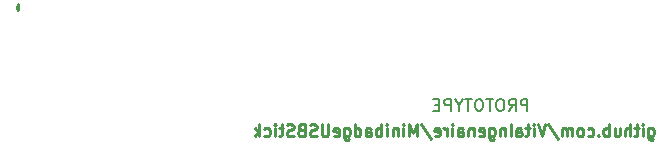
<source format=gbr>
%TF.GenerationSoftware,KiCad,Pcbnew,(7.0.0)*%
%TF.CreationDate,2023-12-29T11:59:30-08:00*%
%TF.ProjectId,MiniBadgeUSBmount,4d696e69-4261-4646-9765-5553426d6f75,rev?*%
%TF.SameCoordinates,Original*%
%TF.FileFunction,Legend,Bot*%
%TF.FilePolarity,Positive*%
%FSLAX46Y46*%
G04 Gerber Fmt 4.6, Leading zero omitted, Abs format (unit mm)*
G04 Created by KiCad (PCBNEW (7.0.0)) date 2023-12-29 11:59:30*
%MOMM*%
%LPD*%
G01*
G04 APERTURE LIST*
%ADD10C,0.250000*%
%ADD11C,0.044354*%
%ADD12C,0.150000*%
G04 APERTURE END LIST*
D10*
X192163333Y-121515714D02*
X192163333Y-122325238D01*
X192163333Y-122325238D02*
X192210952Y-122420476D01*
X192210952Y-122420476D02*
X192258571Y-122468095D01*
X192258571Y-122468095D02*
X192353809Y-122515714D01*
X192353809Y-122515714D02*
X192496666Y-122515714D01*
X192496666Y-122515714D02*
X192591904Y-122468095D01*
X192163333Y-122134761D02*
X192258571Y-122182380D01*
X192258571Y-122182380D02*
X192449047Y-122182380D01*
X192449047Y-122182380D02*
X192544285Y-122134761D01*
X192544285Y-122134761D02*
X192591904Y-122087142D01*
X192591904Y-122087142D02*
X192639523Y-121991904D01*
X192639523Y-121991904D02*
X192639523Y-121706190D01*
X192639523Y-121706190D02*
X192591904Y-121610952D01*
X192591904Y-121610952D02*
X192544285Y-121563333D01*
X192544285Y-121563333D02*
X192449047Y-121515714D01*
X192449047Y-121515714D02*
X192258571Y-121515714D01*
X192258571Y-121515714D02*
X192163333Y-121563333D01*
X191687142Y-122182380D02*
X191687142Y-121515714D01*
X191687142Y-121182380D02*
X191734761Y-121230000D01*
X191734761Y-121230000D02*
X191687142Y-121277619D01*
X191687142Y-121277619D02*
X191639523Y-121230000D01*
X191639523Y-121230000D02*
X191687142Y-121182380D01*
X191687142Y-121182380D02*
X191687142Y-121277619D01*
X191353809Y-121515714D02*
X190972857Y-121515714D01*
X191210952Y-121182380D02*
X191210952Y-122039523D01*
X191210952Y-122039523D02*
X191163333Y-122134761D01*
X191163333Y-122134761D02*
X191068095Y-122182380D01*
X191068095Y-122182380D02*
X190972857Y-122182380D01*
X190639523Y-122182380D02*
X190639523Y-121182380D01*
X190210952Y-122182380D02*
X190210952Y-121658571D01*
X190210952Y-121658571D02*
X190258571Y-121563333D01*
X190258571Y-121563333D02*
X190353809Y-121515714D01*
X190353809Y-121515714D02*
X190496666Y-121515714D01*
X190496666Y-121515714D02*
X190591904Y-121563333D01*
X190591904Y-121563333D02*
X190639523Y-121610952D01*
X189306190Y-121515714D02*
X189306190Y-122182380D01*
X189734761Y-121515714D02*
X189734761Y-122039523D01*
X189734761Y-122039523D02*
X189687142Y-122134761D01*
X189687142Y-122134761D02*
X189591904Y-122182380D01*
X189591904Y-122182380D02*
X189449047Y-122182380D01*
X189449047Y-122182380D02*
X189353809Y-122134761D01*
X189353809Y-122134761D02*
X189306190Y-122087142D01*
X188829999Y-122182380D02*
X188829999Y-121182380D01*
X188829999Y-121563333D02*
X188734761Y-121515714D01*
X188734761Y-121515714D02*
X188544285Y-121515714D01*
X188544285Y-121515714D02*
X188449047Y-121563333D01*
X188449047Y-121563333D02*
X188401428Y-121610952D01*
X188401428Y-121610952D02*
X188353809Y-121706190D01*
X188353809Y-121706190D02*
X188353809Y-121991904D01*
X188353809Y-121991904D02*
X188401428Y-122087142D01*
X188401428Y-122087142D02*
X188449047Y-122134761D01*
X188449047Y-122134761D02*
X188544285Y-122182380D01*
X188544285Y-122182380D02*
X188734761Y-122182380D01*
X188734761Y-122182380D02*
X188829999Y-122134761D01*
X187925237Y-122087142D02*
X187877618Y-122134761D01*
X187877618Y-122134761D02*
X187925237Y-122182380D01*
X187925237Y-122182380D02*
X187972856Y-122134761D01*
X187972856Y-122134761D02*
X187925237Y-122087142D01*
X187925237Y-122087142D02*
X187925237Y-122182380D01*
X187020476Y-122134761D02*
X187115714Y-122182380D01*
X187115714Y-122182380D02*
X187306190Y-122182380D01*
X187306190Y-122182380D02*
X187401428Y-122134761D01*
X187401428Y-122134761D02*
X187449047Y-122087142D01*
X187449047Y-122087142D02*
X187496666Y-121991904D01*
X187496666Y-121991904D02*
X187496666Y-121706190D01*
X187496666Y-121706190D02*
X187449047Y-121610952D01*
X187449047Y-121610952D02*
X187401428Y-121563333D01*
X187401428Y-121563333D02*
X187306190Y-121515714D01*
X187306190Y-121515714D02*
X187115714Y-121515714D01*
X187115714Y-121515714D02*
X187020476Y-121563333D01*
X186449047Y-122182380D02*
X186544285Y-122134761D01*
X186544285Y-122134761D02*
X186591904Y-122087142D01*
X186591904Y-122087142D02*
X186639523Y-121991904D01*
X186639523Y-121991904D02*
X186639523Y-121706190D01*
X186639523Y-121706190D02*
X186591904Y-121610952D01*
X186591904Y-121610952D02*
X186544285Y-121563333D01*
X186544285Y-121563333D02*
X186449047Y-121515714D01*
X186449047Y-121515714D02*
X186306190Y-121515714D01*
X186306190Y-121515714D02*
X186210952Y-121563333D01*
X186210952Y-121563333D02*
X186163333Y-121610952D01*
X186163333Y-121610952D02*
X186115714Y-121706190D01*
X186115714Y-121706190D02*
X186115714Y-121991904D01*
X186115714Y-121991904D02*
X186163333Y-122087142D01*
X186163333Y-122087142D02*
X186210952Y-122134761D01*
X186210952Y-122134761D02*
X186306190Y-122182380D01*
X186306190Y-122182380D02*
X186449047Y-122182380D01*
X185687142Y-122182380D02*
X185687142Y-121515714D01*
X185687142Y-121610952D02*
X185639523Y-121563333D01*
X185639523Y-121563333D02*
X185544285Y-121515714D01*
X185544285Y-121515714D02*
X185401428Y-121515714D01*
X185401428Y-121515714D02*
X185306190Y-121563333D01*
X185306190Y-121563333D02*
X185258571Y-121658571D01*
X185258571Y-121658571D02*
X185258571Y-122182380D01*
X185258571Y-121658571D02*
X185210952Y-121563333D01*
X185210952Y-121563333D02*
X185115714Y-121515714D01*
X185115714Y-121515714D02*
X184972857Y-121515714D01*
X184972857Y-121515714D02*
X184877618Y-121563333D01*
X184877618Y-121563333D02*
X184829999Y-121658571D01*
X184829999Y-121658571D02*
X184829999Y-122182380D01*
X183639524Y-121134761D02*
X184496666Y-122420476D01*
X183449047Y-121182380D02*
X183115714Y-122182380D01*
X183115714Y-122182380D02*
X182782381Y-121182380D01*
X182449047Y-122182380D02*
X182449047Y-121515714D01*
X182449047Y-121182380D02*
X182496666Y-121230000D01*
X182496666Y-121230000D02*
X182449047Y-121277619D01*
X182449047Y-121277619D02*
X182401428Y-121230000D01*
X182401428Y-121230000D02*
X182449047Y-121182380D01*
X182449047Y-121182380D02*
X182449047Y-121277619D01*
X182115714Y-121515714D02*
X181734762Y-121515714D01*
X181972857Y-121182380D02*
X181972857Y-122039523D01*
X181972857Y-122039523D02*
X181925238Y-122134761D01*
X181925238Y-122134761D02*
X181830000Y-122182380D01*
X181830000Y-122182380D02*
X181734762Y-122182380D01*
X180972857Y-122182380D02*
X180972857Y-121658571D01*
X180972857Y-121658571D02*
X181020476Y-121563333D01*
X181020476Y-121563333D02*
X181115714Y-121515714D01*
X181115714Y-121515714D02*
X181306190Y-121515714D01*
X181306190Y-121515714D02*
X181401428Y-121563333D01*
X180972857Y-122134761D02*
X181068095Y-122182380D01*
X181068095Y-122182380D02*
X181306190Y-122182380D01*
X181306190Y-122182380D02*
X181401428Y-122134761D01*
X181401428Y-122134761D02*
X181449047Y-122039523D01*
X181449047Y-122039523D02*
X181449047Y-121944285D01*
X181449047Y-121944285D02*
X181401428Y-121849047D01*
X181401428Y-121849047D02*
X181306190Y-121801428D01*
X181306190Y-121801428D02*
X181068095Y-121801428D01*
X181068095Y-121801428D02*
X180972857Y-121753809D01*
X180496666Y-122182380D02*
X180496666Y-121182380D01*
X180020476Y-121515714D02*
X180020476Y-122182380D01*
X180020476Y-121610952D02*
X179972857Y-121563333D01*
X179972857Y-121563333D02*
X179877619Y-121515714D01*
X179877619Y-121515714D02*
X179734762Y-121515714D01*
X179734762Y-121515714D02*
X179639524Y-121563333D01*
X179639524Y-121563333D02*
X179591905Y-121658571D01*
X179591905Y-121658571D02*
X179591905Y-122182380D01*
X178687143Y-121515714D02*
X178687143Y-122325238D01*
X178687143Y-122325238D02*
X178734762Y-122420476D01*
X178734762Y-122420476D02*
X178782381Y-122468095D01*
X178782381Y-122468095D02*
X178877619Y-122515714D01*
X178877619Y-122515714D02*
X179020476Y-122515714D01*
X179020476Y-122515714D02*
X179115714Y-122468095D01*
X178687143Y-122134761D02*
X178782381Y-122182380D01*
X178782381Y-122182380D02*
X178972857Y-122182380D01*
X178972857Y-122182380D02*
X179068095Y-122134761D01*
X179068095Y-122134761D02*
X179115714Y-122087142D01*
X179115714Y-122087142D02*
X179163333Y-121991904D01*
X179163333Y-121991904D02*
X179163333Y-121706190D01*
X179163333Y-121706190D02*
X179115714Y-121610952D01*
X179115714Y-121610952D02*
X179068095Y-121563333D01*
X179068095Y-121563333D02*
X178972857Y-121515714D01*
X178972857Y-121515714D02*
X178782381Y-121515714D01*
X178782381Y-121515714D02*
X178687143Y-121563333D01*
X177830000Y-122134761D02*
X177925238Y-122182380D01*
X177925238Y-122182380D02*
X178115714Y-122182380D01*
X178115714Y-122182380D02*
X178210952Y-122134761D01*
X178210952Y-122134761D02*
X178258571Y-122039523D01*
X178258571Y-122039523D02*
X178258571Y-121658571D01*
X178258571Y-121658571D02*
X178210952Y-121563333D01*
X178210952Y-121563333D02*
X178115714Y-121515714D01*
X178115714Y-121515714D02*
X177925238Y-121515714D01*
X177925238Y-121515714D02*
X177830000Y-121563333D01*
X177830000Y-121563333D02*
X177782381Y-121658571D01*
X177782381Y-121658571D02*
X177782381Y-121753809D01*
X177782381Y-121753809D02*
X178258571Y-121849047D01*
X177353809Y-121515714D02*
X177353809Y-122182380D01*
X177353809Y-121610952D02*
X177306190Y-121563333D01*
X177306190Y-121563333D02*
X177210952Y-121515714D01*
X177210952Y-121515714D02*
X177068095Y-121515714D01*
X177068095Y-121515714D02*
X176972857Y-121563333D01*
X176972857Y-121563333D02*
X176925238Y-121658571D01*
X176925238Y-121658571D02*
X176925238Y-122182380D01*
X176020476Y-122182380D02*
X176020476Y-121658571D01*
X176020476Y-121658571D02*
X176068095Y-121563333D01*
X176068095Y-121563333D02*
X176163333Y-121515714D01*
X176163333Y-121515714D02*
X176353809Y-121515714D01*
X176353809Y-121515714D02*
X176449047Y-121563333D01*
X176020476Y-122134761D02*
X176115714Y-122182380D01*
X176115714Y-122182380D02*
X176353809Y-122182380D01*
X176353809Y-122182380D02*
X176449047Y-122134761D01*
X176449047Y-122134761D02*
X176496666Y-122039523D01*
X176496666Y-122039523D02*
X176496666Y-121944285D01*
X176496666Y-121944285D02*
X176449047Y-121849047D01*
X176449047Y-121849047D02*
X176353809Y-121801428D01*
X176353809Y-121801428D02*
X176115714Y-121801428D01*
X176115714Y-121801428D02*
X176020476Y-121753809D01*
X175544285Y-122182380D02*
X175544285Y-121515714D01*
X175544285Y-121182380D02*
X175591904Y-121230000D01*
X175591904Y-121230000D02*
X175544285Y-121277619D01*
X175544285Y-121277619D02*
X175496666Y-121230000D01*
X175496666Y-121230000D02*
X175544285Y-121182380D01*
X175544285Y-121182380D02*
X175544285Y-121277619D01*
X175068095Y-122182380D02*
X175068095Y-121515714D01*
X175068095Y-121706190D02*
X175020476Y-121610952D01*
X175020476Y-121610952D02*
X174972857Y-121563333D01*
X174972857Y-121563333D02*
X174877619Y-121515714D01*
X174877619Y-121515714D02*
X174782381Y-121515714D01*
X174068095Y-122134761D02*
X174163333Y-122182380D01*
X174163333Y-122182380D02*
X174353809Y-122182380D01*
X174353809Y-122182380D02*
X174449047Y-122134761D01*
X174449047Y-122134761D02*
X174496666Y-122039523D01*
X174496666Y-122039523D02*
X174496666Y-121658571D01*
X174496666Y-121658571D02*
X174449047Y-121563333D01*
X174449047Y-121563333D02*
X174353809Y-121515714D01*
X174353809Y-121515714D02*
X174163333Y-121515714D01*
X174163333Y-121515714D02*
X174068095Y-121563333D01*
X174068095Y-121563333D02*
X174020476Y-121658571D01*
X174020476Y-121658571D02*
X174020476Y-121753809D01*
X174020476Y-121753809D02*
X174496666Y-121849047D01*
X172877619Y-121134761D02*
X173734761Y-122420476D01*
X172544285Y-122182380D02*
X172544285Y-121182380D01*
X172544285Y-121182380D02*
X172210952Y-121896666D01*
X172210952Y-121896666D02*
X171877619Y-121182380D01*
X171877619Y-121182380D02*
X171877619Y-122182380D01*
X171401428Y-122182380D02*
X171401428Y-121515714D01*
X171401428Y-121182380D02*
X171449047Y-121230000D01*
X171449047Y-121230000D02*
X171401428Y-121277619D01*
X171401428Y-121277619D02*
X171353809Y-121230000D01*
X171353809Y-121230000D02*
X171401428Y-121182380D01*
X171401428Y-121182380D02*
X171401428Y-121277619D01*
X170925238Y-121515714D02*
X170925238Y-122182380D01*
X170925238Y-121610952D02*
X170877619Y-121563333D01*
X170877619Y-121563333D02*
X170782381Y-121515714D01*
X170782381Y-121515714D02*
X170639524Y-121515714D01*
X170639524Y-121515714D02*
X170544286Y-121563333D01*
X170544286Y-121563333D02*
X170496667Y-121658571D01*
X170496667Y-121658571D02*
X170496667Y-122182380D01*
X170020476Y-122182380D02*
X170020476Y-121515714D01*
X170020476Y-121182380D02*
X170068095Y-121230000D01*
X170068095Y-121230000D02*
X170020476Y-121277619D01*
X170020476Y-121277619D02*
X169972857Y-121230000D01*
X169972857Y-121230000D02*
X170020476Y-121182380D01*
X170020476Y-121182380D02*
X170020476Y-121277619D01*
X169544286Y-122182380D02*
X169544286Y-121182380D01*
X169544286Y-121563333D02*
X169449048Y-121515714D01*
X169449048Y-121515714D02*
X169258572Y-121515714D01*
X169258572Y-121515714D02*
X169163334Y-121563333D01*
X169163334Y-121563333D02*
X169115715Y-121610952D01*
X169115715Y-121610952D02*
X169068096Y-121706190D01*
X169068096Y-121706190D02*
X169068096Y-121991904D01*
X169068096Y-121991904D02*
X169115715Y-122087142D01*
X169115715Y-122087142D02*
X169163334Y-122134761D01*
X169163334Y-122134761D02*
X169258572Y-122182380D01*
X169258572Y-122182380D02*
X169449048Y-122182380D01*
X169449048Y-122182380D02*
X169544286Y-122134761D01*
X168210953Y-122182380D02*
X168210953Y-121658571D01*
X168210953Y-121658571D02*
X168258572Y-121563333D01*
X168258572Y-121563333D02*
X168353810Y-121515714D01*
X168353810Y-121515714D02*
X168544286Y-121515714D01*
X168544286Y-121515714D02*
X168639524Y-121563333D01*
X168210953Y-122134761D02*
X168306191Y-122182380D01*
X168306191Y-122182380D02*
X168544286Y-122182380D01*
X168544286Y-122182380D02*
X168639524Y-122134761D01*
X168639524Y-122134761D02*
X168687143Y-122039523D01*
X168687143Y-122039523D02*
X168687143Y-121944285D01*
X168687143Y-121944285D02*
X168639524Y-121849047D01*
X168639524Y-121849047D02*
X168544286Y-121801428D01*
X168544286Y-121801428D02*
X168306191Y-121801428D01*
X168306191Y-121801428D02*
X168210953Y-121753809D01*
X167306191Y-122182380D02*
X167306191Y-121182380D01*
X167306191Y-122134761D02*
X167401429Y-122182380D01*
X167401429Y-122182380D02*
X167591905Y-122182380D01*
X167591905Y-122182380D02*
X167687143Y-122134761D01*
X167687143Y-122134761D02*
X167734762Y-122087142D01*
X167734762Y-122087142D02*
X167782381Y-121991904D01*
X167782381Y-121991904D02*
X167782381Y-121706190D01*
X167782381Y-121706190D02*
X167734762Y-121610952D01*
X167734762Y-121610952D02*
X167687143Y-121563333D01*
X167687143Y-121563333D02*
X167591905Y-121515714D01*
X167591905Y-121515714D02*
X167401429Y-121515714D01*
X167401429Y-121515714D02*
X167306191Y-121563333D01*
X166401429Y-121515714D02*
X166401429Y-122325238D01*
X166401429Y-122325238D02*
X166449048Y-122420476D01*
X166449048Y-122420476D02*
X166496667Y-122468095D01*
X166496667Y-122468095D02*
X166591905Y-122515714D01*
X166591905Y-122515714D02*
X166734762Y-122515714D01*
X166734762Y-122515714D02*
X166830000Y-122468095D01*
X166401429Y-122134761D02*
X166496667Y-122182380D01*
X166496667Y-122182380D02*
X166687143Y-122182380D01*
X166687143Y-122182380D02*
X166782381Y-122134761D01*
X166782381Y-122134761D02*
X166830000Y-122087142D01*
X166830000Y-122087142D02*
X166877619Y-121991904D01*
X166877619Y-121991904D02*
X166877619Y-121706190D01*
X166877619Y-121706190D02*
X166830000Y-121610952D01*
X166830000Y-121610952D02*
X166782381Y-121563333D01*
X166782381Y-121563333D02*
X166687143Y-121515714D01*
X166687143Y-121515714D02*
X166496667Y-121515714D01*
X166496667Y-121515714D02*
X166401429Y-121563333D01*
X165544286Y-122134761D02*
X165639524Y-122182380D01*
X165639524Y-122182380D02*
X165830000Y-122182380D01*
X165830000Y-122182380D02*
X165925238Y-122134761D01*
X165925238Y-122134761D02*
X165972857Y-122039523D01*
X165972857Y-122039523D02*
X165972857Y-121658571D01*
X165972857Y-121658571D02*
X165925238Y-121563333D01*
X165925238Y-121563333D02*
X165830000Y-121515714D01*
X165830000Y-121515714D02*
X165639524Y-121515714D01*
X165639524Y-121515714D02*
X165544286Y-121563333D01*
X165544286Y-121563333D02*
X165496667Y-121658571D01*
X165496667Y-121658571D02*
X165496667Y-121753809D01*
X165496667Y-121753809D02*
X165972857Y-121849047D01*
X165068095Y-121182380D02*
X165068095Y-121991904D01*
X165068095Y-121991904D02*
X165020476Y-122087142D01*
X165020476Y-122087142D02*
X164972857Y-122134761D01*
X164972857Y-122134761D02*
X164877619Y-122182380D01*
X164877619Y-122182380D02*
X164687143Y-122182380D01*
X164687143Y-122182380D02*
X164591905Y-122134761D01*
X164591905Y-122134761D02*
X164544286Y-122087142D01*
X164544286Y-122087142D02*
X164496667Y-121991904D01*
X164496667Y-121991904D02*
X164496667Y-121182380D01*
X164068095Y-122134761D02*
X163925238Y-122182380D01*
X163925238Y-122182380D02*
X163687143Y-122182380D01*
X163687143Y-122182380D02*
X163591905Y-122134761D01*
X163591905Y-122134761D02*
X163544286Y-122087142D01*
X163544286Y-122087142D02*
X163496667Y-121991904D01*
X163496667Y-121991904D02*
X163496667Y-121896666D01*
X163496667Y-121896666D02*
X163544286Y-121801428D01*
X163544286Y-121801428D02*
X163591905Y-121753809D01*
X163591905Y-121753809D02*
X163687143Y-121706190D01*
X163687143Y-121706190D02*
X163877619Y-121658571D01*
X163877619Y-121658571D02*
X163972857Y-121610952D01*
X163972857Y-121610952D02*
X164020476Y-121563333D01*
X164020476Y-121563333D02*
X164068095Y-121468095D01*
X164068095Y-121468095D02*
X164068095Y-121372857D01*
X164068095Y-121372857D02*
X164020476Y-121277619D01*
X164020476Y-121277619D02*
X163972857Y-121230000D01*
X163972857Y-121230000D02*
X163877619Y-121182380D01*
X163877619Y-121182380D02*
X163639524Y-121182380D01*
X163639524Y-121182380D02*
X163496667Y-121230000D01*
X162734762Y-121658571D02*
X162591905Y-121706190D01*
X162591905Y-121706190D02*
X162544286Y-121753809D01*
X162544286Y-121753809D02*
X162496667Y-121849047D01*
X162496667Y-121849047D02*
X162496667Y-121991904D01*
X162496667Y-121991904D02*
X162544286Y-122087142D01*
X162544286Y-122087142D02*
X162591905Y-122134761D01*
X162591905Y-122134761D02*
X162687143Y-122182380D01*
X162687143Y-122182380D02*
X163068095Y-122182380D01*
X163068095Y-122182380D02*
X163068095Y-121182380D01*
X163068095Y-121182380D02*
X162734762Y-121182380D01*
X162734762Y-121182380D02*
X162639524Y-121230000D01*
X162639524Y-121230000D02*
X162591905Y-121277619D01*
X162591905Y-121277619D02*
X162544286Y-121372857D01*
X162544286Y-121372857D02*
X162544286Y-121468095D01*
X162544286Y-121468095D02*
X162591905Y-121563333D01*
X162591905Y-121563333D02*
X162639524Y-121610952D01*
X162639524Y-121610952D02*
X162734762Y-121658571D01*
X162734762Y-121658571D02*
X163068095Y-121658571D01*
X162115714Y-122134761D02*
X161972857Y-122182380D01*
X161972857Y-122182380D02*
X161734762Y-122182380D01*
X161734762Y-122182380D02*
X161639524Y-122134761D01*
X161639524Y-122134761D02*
X161591905Y-122087142D01*
X161591905Y-122087142D02*
X161544286Y-121991904D01*
X161544286Y-121991904D02*
X161544286Y-121896666D01*
X161544286Y-121896666D02*
X161591905Y-121801428D01*
X161591905Y-121801428D02*
X161639524Y-121753809D01*
X161639524Y-121753809D02*
X161734762Y-121706190D01*
X161734762Y-121706190D02*
X161925238Y-121658571D01*
X161925238Y-121658571D02*
X162020476Y-121610952D01*
X162020476Y-121610952D02*
X162068095Y-121563333D01*
X162068095Y-121563333D02*
X162115714Y-121468095D01*
X162115714Y-121468095D02*
X162115714Y-121372857D01*
X162115714Y-121372857D02*
X162068095Y-121277619D01*
X162068095Y-121277619D02*
X162020476Y-121230000D01*
X162020476Y-121230000D02*
X161925238Y-121182380D01*
X161925238Y-121182380D02*
X161687143Y-121182380D01*
X161687143Y-121182380D02*
X161544286Y-121230000D01*
X161258571Y-121515714D02*
X160877619Y-121515714D01*
X161115714Y-121182380D02*
X161115714Y-122039523D01*
X161115714Y-122039523D02*
X161068095Y-122134761D01*
X161068095Y-122134761D02*
X160972857Y-122182380D01*
X160972857Y-122182380D02*
X160877619Y-122182380D01*
X160544285Y-122182380D02*
X160544285Y-121515714D01*
X160544285Y-121182380D02*
X160591904Y-121230000D01*
X160591904Y-121230000D02*
X160544285Y-121277619D01*
X160544285Y-121277619D02*
X160496666Y-121230000D01*
X160496666Y-121230000D02*
X160544285Y-121182380D01*
X160544285Y-121182380D02*
X160544285Y-121277619D01*
X159639524Y-122134761D02*
X159734762Y-122182380D01*
X159734762Y-122182380D02*
X159925238Y-122182380D01*
X159925238Y-122182380D02*
X160020476Y-122134761D01*
X160020476Y-122134761D02*
X160068095Y-122087142D01*
X160068095Y-122087142D02*
X160115714Y-121991904D01*
X160115714Y-121991904D02*
X160115714Y-121706190D01*
X160115714Y-121706190D02*
X160068095Y-121610952D01*
X160068095Y-121610952D02*
X160020476Y-121563333D01*
X160020476Y-121563333D02*
X159925238Y-121515714D01*
X159925238Y-121515714D02*
X159734762Y-121515714D01*
X159734762Y-121515714D02*
X159639524Y-121563333D01*
X159210952Y-122182380D02*
X159210952Y-121182380D01*
X159115714Y-121801428D02*
X158830000Y-122182380D01*
X158830000Y-121515714D02*
X159210952Y-121896666D01*
D11*
G36*
X138788096Y-110940722D02*
G01*
X138793621Y-110943650D01*
X138798941Y-110948104D01*
X138804051Y-110954080D01*
X138808946Y-110961572D01*
X138813620Y-110970575D01*
X138818068Y-110981084D01*
X138826268Y-111006599D01*
X138833502Y-111038076D01*
X138839730Y-111075472D01*
X138844910Y-111118747D01*
X138849001Y-111167860D01*
X138851962Y-111222768D01*
X138851977Y-111222768D01*
X138852838Y-111248550D01*
X138853274Y-111273591D01*
X138853294Y-111297869D01*
X138852907Y-111321362D01*
X138852122Y-111344048D01*
X138850948Y-111365904D01*
X138849394Y-111386909D01*
X138847468Y-111407040D01*
X138845179Y-111426274D01*
X138842537Y-111444590D01*
X138839551Y-111461965D01*
X138836228Y-111478377D01*
X138832579Y-111493803D01*
X138828612Y-111508222D01*
X138824336Y-111521610D01*
X138819760Y-111533947D01*
X138814893Y-111545208D01*
X138809743Y-111555373D01*
X138804320Y-111564419D01*
X138798633Y-111572324D01*
X138792690Y-111579065D01*
X138786501Y-111584620D01*
X138780074Y-111588966D01*
X138773418Y-111592083D01*
X138770007Y-111593173D01*
X138766543Y-111593946D01*
X138763025Y-111594401D01*
X138759456Y-111594535D01*
X138755837Y-111594344D01*
X138752168Y-111593826D01*
X138744686Y-111591798D01*
X138737021Y-111588428D01*
X138729180Y-111583693D01*
X138721172Y-111577573D01*
X138713008Y-111570043D01*
X138704997Y-111561395D01*
X138697448Y-111551957D01*
X138683740Y-111530843D01*
X138671892Y-111506961D01*
X138661916Y-111480572D01*
X138653823Y-111451934D01*
X138647624Y-111421308D01*
X138643328Y-111388954D01*
X138640947Y-111355133D01*
X138640491Y-111320103D01*
X138641972Y-111284126D01*
X138645399Y-111247461D01*
X138650784Y-111210368D01*
X138658136Y-111173107D01*
X138667468Y-111135938D01*
X138678789Y-111099122D01*
X138692111Y-111062917D01*
X138707683Y-111026542D01*
X138722705Y-110996542D01*
X138737133Y-110972876D01*
X138744113Y-110963405D01*
X138750928Y-110955502D01*
X138757575Y-110949162D01*
X138764048Y-110944380D01*
X138770342Y-110941150D01*
X138776451Y-110939467D01*
X138782371Y-110939326D01*
X138788096Y-110940722D01*
G37*
X138788096Y-110940722D02*
X138793621Y-110943650D01*
X138798941Y-110948104D01*
X138804051Y-110954080D01*
X138808946Y-110961572D01*
X138813620Y-110970575D01*
X138818068Y-110981084D01*
X138826268Y-111006599D01*
X138833502Y-111038076D01*
X138839730Y-111075472D01*
X138844910Y-111118747D01*
X138849001Y-111167860D01*
X138851962Y-111222768D01*
X138851977Y-111222768D01*
X138852838Y-111248550D01*
X138853274Y-111273591D01*
X138853294Y-111297869D01*
X138852907Y-111321362D01*
X138852122Y-111344048D01*
X138850948Y-111365904D01*
X138849394Y-111386909D01*
X138847468Y-111407040D01*
X138845179Y-111426274D01*
X138842537Y-111444590D01*
X138839551Y-111461965D01*
X138836228Y-111478377D01*
X138832579Y-111493803D01*
X138828612Y-111508222D01*
X138824336Y-111521610D01*
X138819760Y-111533947D01*
X138814893Y-111545208D01*
X138809743Y-111555373D01*
X138804320Y-111564419D01*
X138798633Y-111572324D01*
X138792690Y-111579065D01*
X138786501Y-111584620D01*
X138780074Y-111588966D01*
X138773418Y-111592083D01*
X138770007Y-111593173D01*
X138766543Y-111593946D01*
X138763025Y-111594401D01*
X138759456Y-111594535D01*
X138755837Y-111594344D01*
X138752168Y-111593826D01*
X138744686Y-111591798D01*
X138737021Y-111588428D01*
X138729180Y-111583693D01*
X138721172Y-111577573D01*
X138713008Y-111570043D01*
X138704997Y-111561395D01*
X138697448Y-111551957D01*
X138683740Y-111530843D01*
X138671892Y-111506961D01*
X138661916Y-111480572D01*
X138653823Y-111451934D01*
X138647624Y-111421308D01*
X138643328Y-111388954D01*
X138640947Y-111355133D01*
X138640491Y-111320103D01*
X138641972Y-111284126D01*
X138645399Y-111247461D01*
X138650784Y-111210368D01*
X138658136Y-111173107D01*
X138667468Y-111135938D01*
X138678789Y-111099122D01*
X138692111Y-111062917D01*
X138707683Y-111026542D01*
X138722705Y-110996542D01*
X138737133Y-110972876D01*
X138744113Y-110963405D01*
X138750928Y-110955502D01*
X138757575Y-110949162D01*
X138764048Y-110944380D01*
X138770342Y-110941150D01*
X138776451Y-110939467D01*
X138782371Y-110939326D01*
X138788096Y-110940722D01*
D12*
X181911904Y-120042380D02*
X181911904Y-119042380D01*
X181911904Y-119042380D02*
X181530952Y-119042380D01*
X181530952Y-119042380D02*
X181435714Y-119090000D01*
X181435714Y-119090000D02*
X181388095Y-119137619D01*
X181388095Y-119137619D02*
X181340476Y-119232857D01*
X181340476Y-119232857D02*
X181340476Y-119375714D01*
X181340476Y-119375714D02*
X181388095Y-119470952D01*
X181388095Y-119470952D02*
X181435714Y-119518571D01*
X181435714Y-119518571D02*
X181530952Y-119566190D01*
X181530952Y-119566190D02*
X181911904Y-119566190D01*
X180340476Y-120042380D02*
X180673809Y-119566190D01*
X180911904Y-120042380D02*
X180911904Y-119042380D01*
X180911904Y-119042380D02*
X180530952Y-119042380D01*
X180530952Y-119042380D02*
X180435714Y-119090000D01*
X180435714Y-119090000D02*
X180388095Y-119137619D01*
X180388095Y-119137619D02*
X180340476Y-119232857D01*
X180340476Y-119232857D02*
X180340476Y-119375714D01*
X180340476Y-119375714D02*
X180388095Y-119470952D01*
X180388095Y-119470952D02*
X180435714Y-119518571D01*
X180435714Y-119518571D02*
X180530952Y-119566190D01*
X180530952Y-119566190D02*
X180911904Y-119566190D01*
X179721428Y-119042380D02*
X179530952Y-119042380D01*
X179530952Y-119042380D02*
X179435714Y-119090000D01*
X179435714Y-119090000D02*
X179340476Y-119185238D01*
X179340476Y-119185238D02*
X179292857Y-119375714D01*
X179292857Y-119375714D02*
X179292857Y-119709047D01*
X179292857Y-119709047D02*
X179340476Y-119899523D01*
X179340476Y-119899523D02*
X179435714Y-119994761D01*
X179435714Y-119994761D02*
X179530952Y-120042380D01*
X179530952Y-120042380D02*
X179721428Y-120042380D01*
X179721428Y-120042380D02*
X179816666Y-119994761D01*
X179816666Y-119994761D02*
X179911904Y-119899523D01*
X179911904Y-119899523D02*
X179959523Y-119709047D01*
X179959523Y-119709047D02*
X179959523Y-119375714D01*
X179959523Y-119375714D02*
X179911904Y-119185238D01*
X179911904Y-119185238D02*
X179816666Y-119090000D01*
X179816666Y-119090000D02*
X179721428Y-119042380D01*
X179007142Y-119042380D02*
X178435714Y-119042380D01*
X178721428Y-120042380D02*
X178721428Y-119042380D01*
X177911904Y-119042380D02*
X177721428Y-119042380D01*
X177721428Y-119042380D02*
X177626190Y-119090000D01*
X177626190Y-119090000D02*
X177530952Y-119185238D01*
X177530952Y-119185238D02*
X177483333Y-119375714D01*
X177483333Y-119375714D02*
X177483333Y-119709047D01*
X177483333Y-119709047D02*
X177530952Y-119899523D01*
X177530952Y-119899523D02*
X177626190Y-119994761D01*
X177626190Y-119994761D02*
X177721428Y-120042380D01*
X177721428Y-120042380D02*
X177911904Y-120042380D01*
X177911904Y-120042380D02*
X178007142Y-119994761D01*
X178007142Y-119994761D02*
X178102380Y-119899523D01*
X178102380Y-119899523D02*
X178149999Y-119709047D01*
X178149999Y-119709047D02*
X178149999Y-119375714D01*
X178149999Y-119375714D02*
X178102380Y-119185238D01*
X178102380Y-119185238D02*
X178007142Y-119090000D01*
X178007142Y-119090000D02*
X177911904Y-119042380D01*
X177197618Y-119042380D02*
X176626190Y-119042380D01*
X176911904Y-120042380D02*
X176911904Y-119042380D01*
X176102380Y-119566190D02*
X176102380Y-120042380D01*
X176435713Y-119042380D02*
X176102380Y-119566190D01*
X176102380Y-119566190D02*
X175769047Y-119042380D01*
X175435713Y-120042380D02*
X175435713Y-119042380D01*
X175435713Y-119042380D02*
X175054761Y-119042380D01*
X175054761Y-119042380D02*
X174959523Y-119090000D01*
X174959523Y-119090000D02*
X174911904Y-119137619D01*
X174911904Y-119137619D02*
X174864285Y-119232857D01*
X174864285Y-119232857D02*
X174864285Y-119375714D01*
X174864285Y-119375714D02*
X174911904Y-119470952D01*
X174911904Y-119470952D02*
X174959523Y-119518571D01*
X174959523Y-119518571D02*
X175054761Y-119566190D01*
X175054761Y-119566190D02*
X175435713Y-119566190D01*
X174435713Y-119518571D02*
X174102380Y-119518571D01*
X173959523Y-120042380D02*
X174435713Y-120042380D01*
X174435713Y-120042380D02*
X174435713Y-119042380D01*
X174435713Y-119042380D02*
X173959523Y-119042380D01*
M02*

</source>
